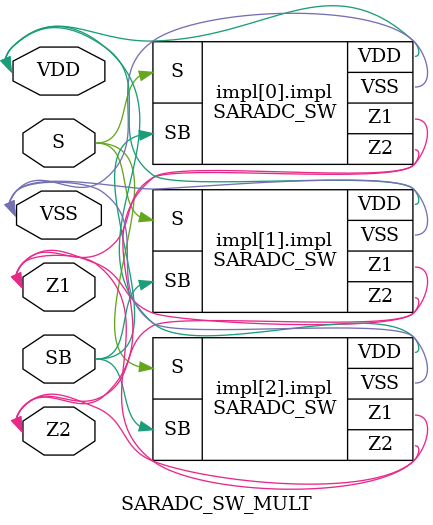
<source format=v>

module SARADC_SW (
  inout VDD, VSS,
  input SB, S, // Negated and non-negated
  inout Z1, Z2 // Inouts of the switch
);
  
  // We use VDD and VSS in unintended ways
  // TODO: Crimes against the logic (lol)
  
  SARADC_CELL_INVX0_ASSW pgp_lz1 (
    .vnw(VDD), .vpw(VSS),
  // | passg in p |  load Z1 |
    .vdd(Z2), .zn(Z1), .vss(Z1), .i(SB)
  );
  SARADC_CELL_INVX0_ASSW pgn_lz1 (
    .vnw(VDD), .vpw(VSS),
  // | load Z1  | passg in n |
    .vdd(Z1), .zn(Z1), .vss(Z2), .i(S)
  );
  
  SARADC_CELL_INVX0_ASSW pgp_lz2 (
    .vnw(VDD), .vpw(VSS),
  // | passg in p |  load Z2 |
    .vdd(Z1), .zn(Z2), .vss(Z2), .i(SB)
  );
  SARADC_CELL_INVX0_ASSW pgn_lz2 (
    .vnw(VDD), .vpw(VSS),
  // | load Z2  | passg in n |
    .vdd(Z2), .zn(Z2), .vss(Z1), .i(S)
  );

endmodule

module SARADC_SW_MULT # (
  parameter N = 3
) (
  inout VDD, VSS,
  input SB, S, // Negated and non-negated
  inout Z1, Z2 // Inouts of the switch
);
  genvar i;
  
  generate
    for(i = 0; i < N; i = i + 1) begin : impl
      SARADC_SW impl (
        .VDD(VDD), .VSS(VSS), 
        .SB(SB), .S(S),
        .Z1(Z1), .Z2(Z2)
      );
    end
  endgenerate
endmodule

</source>
